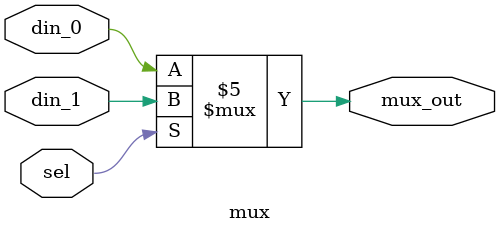
<source format=v>
module  mux(
din_0      , // Mux first input
din_1      , // Mux Second input
sel        , // Select input
mux_out      // Mux output
);
//-----------Input Ports---------------
input din_0, din_1, sel ;
//-----------Output Ports---------------
output mux_out;
//------------Internal Variables--------
reg  mux_out = 0;
//-------------Code Starts Here---------
always @ (sel or din_0 or din_1)
begin : MUX
  if (sel == 1'b0) begin
      mux_out = din_0;
  end else begin
      mux_out = din_1 ;
  end
end

endmodule //End Of Module mux
</source>
